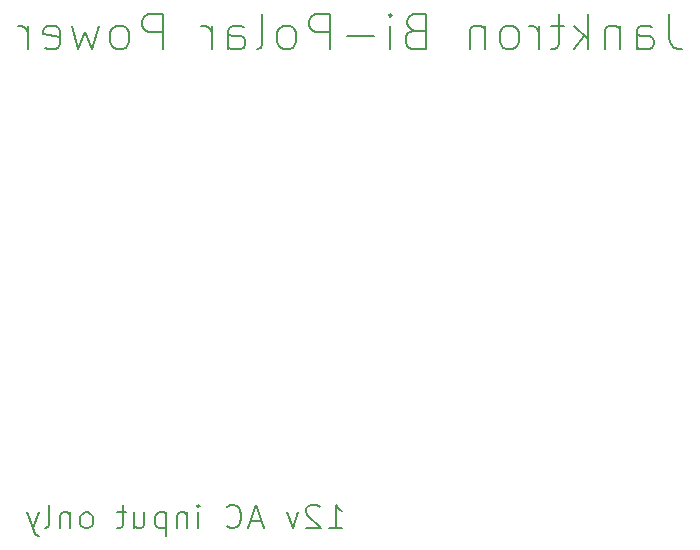
<source format=gbr>
%TF.GenerationSoftware,KiCad,Pcbnew,(5.1.9)-1*%
%TF.CreationDate,2021-02-16T12:42:14-08:00*%
%TF.ProjectId,Bipolar_PS,4269706f-6c61-4725-9f50-532e6b696361,rev?*%
%TF.SameCoordinates,Original*%
%TF.FileFunction,Legend,Bot*%
%TF.FilePolarity,Positive*%
%FSLAX46Y46*%
G04 Gerber Fmt 4.6, Leading zero omitted, Abs format (unit mm)*
G04 Created by KiCad (PCBNEW (5.1.9)-1) date 2021-02-16 12:42:14*
%MOMM*%
%LPD*%
G01*
G04 APERTURE LIST*
%ADD10C,0.150000*%
G04 APERTURE END LIST*
D10*
X119142857Y-135904761D02*
X120285714Y-135904761D01*
X119714285Y-135904761D02*
X119714285Y-133904761D01*
X119904761Y-134190476D01*
X120095238Y-134380952D01*
X120285714Y-134476190D01*
X118380952Y-134095238D02*
X118285714Y-134000000D01*
X118095238Y-133904761D01*
X117619047Y-133904761D01*
X117428571Y-134000000D01*
X117333333Y-134095238D01*
X117238095Y-134285714D01*
X117238095Y-134476190D01*
X117333333Y-134761904D01*
X118476190Y-135904761D01*
X117238095Y-135904761D01*
X116571428Y-134571428D02*
X116095238Y-135904761D01*
X115619047Y-134571428D01*
X113428571Y-135333333D02*
X112476190Y-135333333D01*
X113619047Y-135904761D02*
X112952380Y-133904761D01*
X112285714Y-135904761D01*
X110476190Y-135714285D02*
X110571428Y-135809523D01*
X110857142Y-135904761D01*
X111047619Y-135904761D01*
X111333333Y-135809523D01*
X111523809Y-135619047D01*
X111619047Y-135428571D01*
X111714285Y-135047619D01*
X111714285Y-134761904D01*
X111619047Y-134380952D01*
X111523809Y-134190476D01*
X111333333Y-134000000D01*
X111047619Y-133904761D01*
X110857142Y-133904761D01*
X110571428Y-134000000D01*
X110476190Y-134095238D01*
X108095238Y-135904761D02*
X108095238Y-134571428D01*
X108095238Y-133904761D02*
X108190476Y-134000000D01*
X108095238Y-134095238D01*
X108000000Y-134000000D01*
X108095238Y-133904761D01*
X108095238Y-134095238D01*
X107142857Y-134571428D02*
X107142857Y-135904761D01*
X107142857Y-134761904D02*
X107047619Y-134666666D01*
X106857142Y-134571428D01*
X106571428Y-134571428D01*
X106380952Y-134666666D01*
X106285714Y-134857142D01*
X106285714Y-135904761D01*
X105333333Y-134571428D02*
X105333333Y-136571428D01*
X105333333Y-134666666D02*
X105142857Y-134571428D01*
X104761904Y-134571428D01*
X104571428Y-134666666D01*
X104476190Y-134761904D01*
X104380952Y-134952380D01*
X104380952Y-135523809D01*
X104476190Y-135714285D01*
X104571428Y-135809523D01*
X104761904Y-135904761D01*
X105142857Y-135904761D01*
X105333333Y-135809523D01*
X102666666Y-134571428D02*
X102666666Y-135904761D01*
X103523809Y-134571428D02*
X103523809Y-135619047D01*
X103428571Y-135809523D01*
X103238095Y-135904761D01*
X102952380Y-135904761D01*
X102761904Y-135809523D01*
X102666666Y-135714285D01*
X102000000Y-134571428D02*
X101238095Y-134571428D01*
X101714285Y-133904761D02*
X101714285Y-135619047D01*
X101619047Y-135809523D01*
X101428571Y-135904761D01*
X101238095Y-135904761D01*
X98761904Y-135904761D02*
X98952380Y-135809523D01*
X99047619Y-135714285D01*
X99142857Y-135523809D01*
X99142857Y-134952380D01*
X99047619Y-134761904D01*
X98952380Y-134666666D01*
X98761904Y-134571428D01*
X98476190Y-134571428D01*
X98285714Y-134666666D01*
X98190476Y-134761904D01*
X98095238Y-134952380D01*
X98095238Y-135523809D01*
X98190476Y-135714285D01*
X98285714Y-135809523D01*
X98476190Y-135904761D01*
X98761904Y-135904761D01*
X97238095Y-134571428D02*
X97238095Y-135904761D01*
X97238095Y-134761904D02*
X97142857Y-134666666D01*
X96952380Y-134571428D01*
X96666666Y-134571428D01*
X96476190Y-134666666D01*
X96380952Y-134857142D01*
X96380952Y-135904761D01*
X95142857Y-135904761D02*
X95333333Y-135809523D01*
X95428571Y-135619047D01*
X95428571Y-133904761D01*
X94571428Y-134571428D02*
X94095238Y-135904761D01*
X93619047Y-134571428D02*
X94095238Y-135904761D01*
X94285714Y-136380952D01*
X94380952Y-136476190D01*
X94571428Y-136571428D01*
X147928571Y-92357142D02*
X147928571Y-94500000D01*
X148071428Y-94928571D01*
X148357142Y-95214285D01*
X148785714Y-95357142D01*
X149071428Y-95357142D01*
X145214285Y-95357142D02*
X145214285Y-93785714D01*
X145357142Y-93500000D01*
X145642857Y-93357142D01*
X146214285Y-93357142D01*
X146500000Y-93500000D01*
X145214285Y-95214285D02*
X145500000Y-95357142D01*
X146214285Y-95357142D01*
X146500000Y-95214285D01*
X146642857Y-94928571D01*
X146642857Y-94642857D01*
X146500000Y-94357142D01*
X146214285Y-94214285D01*
X145500000Y-94214285D01*
X145214285Y-94071428D01*
X143785714Y-93357142D02*
X143785714Y-95357142D01*
X143785714Y-93642857D02*
X143642857Y-93500000D01*
X143357142Y-93357142D01*
X142928571Y-93357142D01*
X142642857Y-93500000D01*
X142500000Y-93785714D01*
X142500000Y-95357142D01*
X141071428Y-95357142D02*
X141071428Y-92357142D01*
X140785714Y-94214285D02*
X139928571Y-95357142D01*
X139928571Y-93357142D02*
X141071428Y-94500000D01*
X139071428Y-93357142D02*
X137928571Y-93357142D01*
X138642857Y-92357142D02*
X138642857Y-94928571D01*
X138500000Y-95214285D01*
X138214285Y-95357142D01*
X137928571Y-95357142D01*
X136928571Y-95357142D02*
X136928571Y-93357142D01*
X136928571Y-93928571D02*
X136785714Y-93642857D01*
X136642857Y-93500000D01*
X136357142Y-93357142D01*
X136071428Y-93357142D01*
X134642857Y-95357142D02*
X134928571Y-95214285D01*
X135071428Y-95071428D01*
X135214285Y-94785714D01*
X135214285Y-93928571D01*
X135071428Y-93642857D01*
X134928571Y-93500000D01*
X134642857Y-93357142D01*
X134214285Y-93357142D01*
X133928571Y-93500000D01*
X133785714Y-93642857D01*
X133642857Y-93928571D01*
X133642857Y-94785714D01*
X133785714Y-95071428D01*
X133928571Y-95214285D01*
X134214285Y-95357142D01*
X134642857Y-95357142D01*
X132357142Y-93357142D02*
X132357142Y-95357142D01*
X132357142Y-93642857D02*
X132214285Y-93500000D01*
X131928571Y-93357142D01*
X131500000Y-93357142D01*
X131214285Y-93500000D01*
X131071428Y-93785714D01*
X131071428Y-95357142D01*
X126357142Y-93785714D02*
X125928571Y-93928571D01*
X125785714Y-94071428D01*
X125642857Y-94357142D01*
X125642857Y-94785714D01*
X125785714Y-95071428D01*
X125928571Y-95214285D01*
X126214285Y-95357142D01*
X127357142Y-95357142D01*
X127357142Y-92357142D01*
X126357142Y-92357142D01*
X126071428Y-92500000D01*
X125928571Y-92642857D01*
X125785714Y-92928571D01*
X125785714Y-93214285D01*
X125928571Y-93500000D01*
X126071428Y-93642857D01*
X126357142Y-93785714D01*
X127357142Y-93785714D01*
X124357142Y-95357142D02*
X124357142Y-93357142D01*
X124357142Y-92357142D02*
X124500000Y-92500000D01*
X124357142Y-92642857D01*
X124214285Y-92500000D01*
X124357142Y-92357142D01*
X124357142Y-92642857D01*
X122928571Y-94214285D02*
X120642857Y-94214285D01*
X119214285Y-95357142D02*
X119214285Y-92357142D01*
X118071428Y-92357142D01*
X117785714Y-92500000D01*
X117642857Y-92642857D01*
X117500000Y-92928571D01*
X117500000Y-93357142D01*
X117642857Y-93642857D01*
X117785714Y-93785714D01*
X118071428Y-93928571D01*
X119214285Y-93928571D01*
X115785714Y-95357142D02*
X116071428Y-95214285D01*
X116214285Y-95071428D01*
X116357142Y-94785714D01*
X116357142Y-93928571D01*
X116214285Y-93642857D01*
X116071428Y-93500000D01*
X115785714Y-93357142D01*
X115357142Y-93357142D01*
X115071428Y-93500000D01*
X114928571Y-93642857D01*
X114785714Y-93928571D01*
X114785714Y-94785714D01*
X114928571Y-95071428D01*
X115071428Y-95214285D01*
X115357142Y-95357142D01*
X115785714Y-95357142D01*
X113071428Y-95357142D02*
X113357142Y-95214285D01*
X113500000Y-94928571D01*
X113500000Y-92357142D01*
X110642857Y-95357142D02*
X110642857Y-93785714D01*
X110785714Y-93500000D01*
X111071428Y-93357142D01*
X111642857Y-93357142D01*
X111928571Y-93500000D01*
X110642857Y-95214285D02*
X110928571Y-95357142D01*
X111642857Y-95357142D01*
X111928571Y-95214285D01*
X112071428Y-94928571D01*
X112071428Y-94642857D01*
X111928571Y-94357142D01*
X111642857Y-94214285D01*
X110928571Y-94214285D01*
X110642857Y-94071428D01*
X109214285Y-95357142D02*
X109214285Y-93357142D01*
X109214285Y-93928571D02*
X109071428Y-93642857D01*
X108928571Y-93500000D01*
X108642857Y-93357142D01*
X108357142Y-93357142D01*
X105071428Y-95357142D02*
X105071428Y-92357142D01*
X103928571Y-92357142D01*
X103642857Y-92500000D01*
X103500000Y-92642857D01*
X103357142Y-92928571D01*
X103357142Y-93357142D01*
X103500000Y-93642857D01*
X103642857Y-93785714D01*
X103928571Y-93928571D01*
X105071428Y-93928571D01*
X101642857Y-95357142D02*
X101928571Y-95214285D01*
X102071428Y-95071428D01*
X102214285Y-94785714D01*
X102214285Y-93928571D01*
X102071428Y-93642857D01*
X101928571Y-93500000D01*
X101642857Y-93357142D01*
X101214285Y-93357142D01*
X100928571Y-93500000D01*
X100785714Y-93642857D01*
X100642857Y-93928571D01*
X100642857Y-94785714D01*
X100785714Y-95071428D01*
X100928571Y-95214285D01*
X101214285Y-95357142D01*
X101642857Y-95357142D01*
X99642857Y-93357142D02*
X99071428Y-95357142D01*
X98500000Y-93928571D01*
X97928571Y-95357142D01*
X97357142Y-93357142D01*
X95071428Y-95214285D02*
X95357142Y-95357142D01*
X95928571Y-95357142D01*
X96214285Y-95214285D01*
X96357142Y-94928571D01*
X96357142Y-93785714D01*
X96214285Y-93500000D01*
X95928571Y-93357142D01*
X95357142Y-93357142D01*
X95071428Y-93500000D01*
X94928571Y-93785714D01*
X94928571Y-94071428D01*
X96357142Y-94357142D01*
X93642857Y-95357142D02*
X93642857Y-93357142D01*
X93642857Y-93928571D02*
X93500000Y-93642857D01*
X93357142Y-93500000D01*
X93071428Y-93357142D01*
X92785714Y-93357142D01*
M02*

</source>
